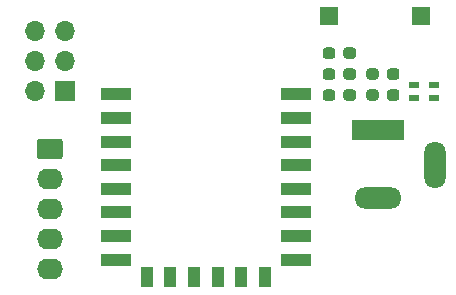
<source format=gbr>
G04 #@! TF.GenerationSoftware,KiCad,Pcbnew,5.1.9-73d0e3b20d~88~ubuntu20.04.1*
G04 #@! TF.CreationDate,2021-03-27T21:05:45+01:00*
G04 #@! TF.ProjectId,RGB_strip,5247425f-7374-4726-9970-2e6b69636164,rev?*
G04 #@! TF.SameCoordinates,Original*
G04 #@! TF.FileFunction,Soldermask,Top*
G04 #@! TF.FilePolarity,Negative*
%FSLAX46Y46*%
G04 Gerber Fmt 4.6, Leading zero omitted, Abs format (unit mm)*
G04 Created by KiCad (PCBNEW 5.1.9-73d0e3b20d~88~ubuntu20.04.1) date 2021-03-27 21:05:45*
%MOMM*%
%LPD*%
G01*
G04 APERTURE LIST*
%ADD10R,0.850000X0.550000*%
%ADD11O,1.700000X1.700000*%
%ADD12R,1.700000X1.700000*%
%ADD13O,1.800000X4.000000*%
%ADD14O,4.000000X1.800000*%
%ADD15R,4.400000X1.800000*%
%ADD16O,2.200000X1.740000*%
%ADD17R,1.500000X1.500000*%
%ADD18R,2.500000X1.000000*%
%ADD19R,1.000000X1.800000*%
G04 APERTURE END LIST*
D10*
X137359000Y-92782000D03*
X139109000Y-92782000D03*
X137359000Y-93832000D03*
X139109000Y-93832000D03*
D11*
X105283000Y-88138000D03*
X107823000Y-88138000D03*
X105283000Y-90678000D03*
X107823000Y-90678000D03*
X105283000Y-93218000D03*
D12*
X107823000Y-93218000D03*
D13*
X139166000Y-99520000D03*
D14*
X134366000Y-102320000D03*
D15*
X134366000Y-96520000D03*
G36*
G01*
X105702999Y-97301000D02*
X107403001Y-97301000D01*
G75*
G02*
X107653000Y-97550999I0J-249999D01*
G01*
X107653000Y-98791001D01*
G75*
G02*
X107403001Y-99041000I-249999J0D01*
G01*
X105702999Y-99041000D01*
G75*
G02*
X105453000Y-98791001I0J249999D01*
G01*
X105453000Y-97550999D01*
G75*
G02*
X105702999Y-97301000I249999J0D01*
G01*
G37*
D16*
X106553000Y-100711000D03*
X106553000Y-103251000D03*
X106553000Y-105791000D03*
X106553000Y-108331000D03*
G36*
G01*
X132464000Y-91583500D02*
X132464000Y-92058500D01*
G75*
G02*
X132226500Y-92296000I-237500J0D01*
G01*
X131651500Y-92296000D01*
G75*
G02*
X131414000Y-92058500I0J237500D01*
G01*
X131414000Y-91583500D01*
G75*
G02*
X131651500Y-91346000I237500J0D01*
G01*
X132226500Y-91346000D01*
G75*
G02*
X132464000Y-91583500I0J-237500D01*
G01*
G37*
G36*
G01*
X130714000Y-91583500D02*
X130714000Y-92058500D01*
G75*
G02*
X130476500Y-92296000I-237500J0D01*
G01*
X129901500Y-92296000D01*
G75*
G02*
X129664000Y-92058500I0J237500D01*
G01*
X129664000Y-91583500D01*
G75*
G02*
X129901500Y-91346000I237500J0D01*
G01*
X130476500Y-91346000D01*
G75*
G02*
X130714000Y-91583500I0J-237500D01*
G01*
G37*
G36*
G01*
X130714000Y-93361500D02*
X130714000Y-93836500D01*
G75*
G02*
X130476500Y-94074000I-237500J0D01*
G01*
X129901500Y-94074000D01*
G75*
G02*
X129664000Y-93836500I0J237500D01*
G01*
X129664000Y-93361500D01*
G75*
G02*
X129901500Y-93124000I237500J0D01*
G01*
X130476500Y-93124000D01*
G75*
G02*
X130714000Y-93361500I0J-237500D01*
G01*
G37*
G36*
G01*
X132464000Y-93361500D02*
X132464000Y-93836500D01*
G75*
G02*
X132226500Y-94074000I-237500J0D01*
G01*
X131651500Y-94074000D01*
G75*
G02*
X131414000Y-93836500I0J237500D01*
G01*
X131414000Y-93361500D01*
G75*
G02*
X131651500Y-93124000I237500J0D01*
G01*
X132226500Y-93124000D01*
G75*
G02*
X132464000Y-93361500I0J-237500D01*
G01*
G37*
G36*
G01*
X132464000Y-89805500D02*
X132464000Y-90280500D01*
G75*
G02*
X132226500Y-90518000I-237500J0D01*
G01*
X131651500Y-90518000D01*
G75*
G02*
X131414000Y-90280500I0J237500D01*
G01*
X131414000Y-89805500D01*
G75*
G02*
X131651500Y-89568000I237500J0D01*
G01*
X132226500Y-89568000D01*
G75*
G02*
X132464000Y-89805500I0J-237500D01*
G01*
G37*
G36*
G01*
X130714000Y-89805500D02*
X130714000Y-90280500D01*
G75*
G02*
X130476500Y-90518000I-237500J0D01*
G01*
X129901500Y-90518000D01*
G75*
G02*
X129664000Y-90280500I0J237500D01*
G01*
X129664000Y-89805500D01*
G75*
G02*
X129901500Y-89568000I237500J0D01*
G01*
X130476500Y-89568000D01*
G75*
G02*
X130714000Y-89805500I0J-237500D01*
G01*
G37*
G36*
G01*
X133347000Y-92058500D02*
X133347000Y-91583500D01*
G75*
G02*
X133584500Y-91346000I237500J0D01*
G01*
X134159500Y-91346000D01*
G75*
G02*
X134397000Y-91583500I0J-237500D01*
G01*
X134397000Y-92058500D01*
G75*
G02*
X134159500Y-92296000I-237500J0D01*
G01*
X133584500Y-92296000D01*
G75*
G02*
X133347000Y-92058500I0J237500D01*
G01*
G37*
G36*
G01*
X135097000Y-92058500D02*
X135097000Y-91583500D01*
G75*
G02*
X135334500Y-91346000I237500J0D01*
G01*
X135909500Y-91346000D01*
G75*
G02*
X136147000Y-91583500I0J-237500D01*
G01*
X136147000Y-92058500D01*
G75*
G02*
X135909500Y-92296000I-237500J0D01*
G01*
X135334500Y-92296000D01*
G75*
G02*
X135097000Y-92058500I0J237500D01*
G01*
G37*
G36*
G01*
X135097000Y-93836500D02*
X135097000Y-93361500D01*
G75*
G02*
X135334500Y-93124000I237500J0D01*
G01*
X135909500Y-93124000D01*
G75*
G02*
X136147000Y-93361500I0J-237500D01*
G01*
X136147000Y-93836500D01*
G75*
G02*
X135909500Y-94074000I-237500J0D01*
G01*
X135334500Y-94074000D01*
G75*
G02*
X135097000Y-93836500I0J237500D01*
G01*
G37*
G36*
G01*
X133347000Y-93836500D02*
X133347000Y-93361500D01*
G75*
G02*
X133584500Y-93124000I237500J0D01*
G01*
X134159500Y-93124000D01*
G75*
G02*
X134397000Y-93361500I0J-237500D01*
G01*
X134397000Y-93836500D01*
G75*
G02*
X134159500Y-94074000I-237500J0D01*
G01*
X133584500Y-94074000D01*
G75*
G02*
X133347000Y-93836500I0J237500D01*
G01*
G37*
D17*
X130212000Y-86868000D03*
X138012000Y-86868000D03*
D18*
X112161000Y-93528000D03*
X112161000Y-95528000D03*
X112161000Y-97528000D03*
X112161000Y-99528000D03*
X112161000Y-101528000D03*
X112161000Y-103528000D03*
X112161000Y-105528000D03*
X112161000Y-107528000D03*
D19*
X114761000Y-109028000D03*
X116761000Y-109028000D03*
X118761000Y-109028000D03*
X120761000Y-109028000D03*
X122761000Y-109028000D03*
X124761000Y-109028000D03*
D18*
X127361000Y-107528000D03*
X127361000Y-105528000D03*
X127361000Y-103528000D03*
X127361000Y-101528000D03*
X127361000Y-99528000D03*
X127361000Y-97528000D03*
X127361000Y-95528000D03*
X127361000Y-93528000D03*
M02*

</source>
